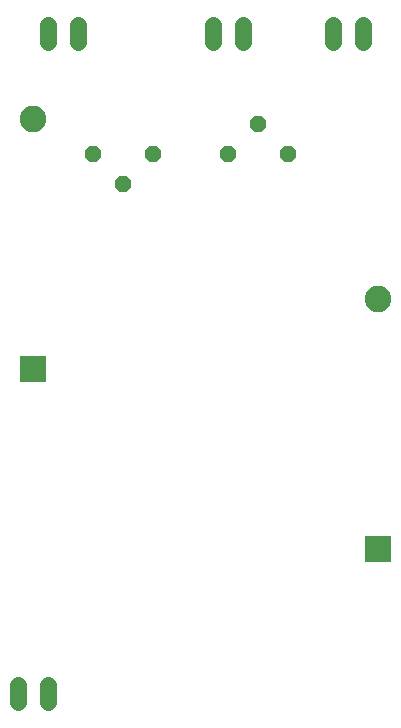
<source format=gbr>
G04 EAGLE Gerber RS-274X export*
G75*
%MOMM*%
%FSLAX34Y34*%
%LPD*%
%INBottom Copper*%
%IPPOS*%
%AMOC8*
5,1,8,0,0,1.08239X$1,22.5*%
G01*
%ADD10C,1.422400*%
%ADD11R,2.250000X2.250000*%
%ADD12C,2.250000*%
%ADD13P,1.429621X8X202.500000*%
%ADD14P,1.429621X8X22.500000*%


D10*
X228600Y604012D02*
X228600Y589788D01*
X203200Y589788D02*
X203200Y604012D01*
X88900Y604012D02*
X88900Y589788D01*
X63500Y589788D02*
X63500Y604012D01*
X63500Y45212D02*
X63500Y30988D01*
X38100Y30988D02*
X38100Y45212D01*
X330200Y589788D02*
X330200Y604012D01*
X304800Y604012D02*
X304800Y589788D01*
D11*
X50800Y313100D03*
D12*
X50800Y525100D03*
D11*
X342900Y160700D03*
D12*
X342900Y372700D03*
D13*
X152400Y495300D03*
X101600Y495300D03*
X127000Y469900D03*
D14*
X215900Y495300D03*
X266700Y495300D03*
X241300Y520700D03*
M02*

</source>
